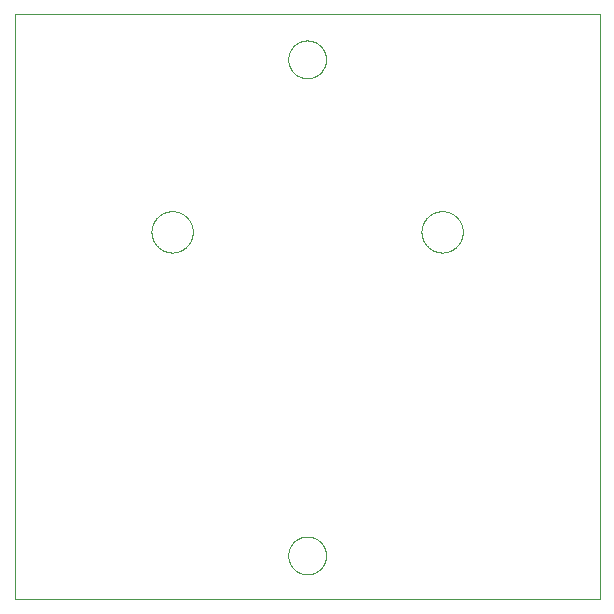
<source format=gtp>
G75*
%MOIN*%
%OFA0B0*%
%FSLAX25Y25*%
%IPPOS*%
%LPD*%
%AMOC8*
5,1,8,0,0,1.08239X$1,22.5*
%
%ADD10C,0.00000*%
D10*
X0001800Y0001800D02*
X0001800Y0196800D01*
X0196800Y0196800D01*
X0196800Y0001800D01*
X0001800Y0001800D01*
X0093001Y0016446D02*
X0093003Y0016604D01*
X0093009Y0016762D01*
X0093019Y0016920D01*
X0093033Y0017078D01*
X0093051Y0017235D01*
X0093072Y0017392D01*
X0093098Y0017548D01*
X0093128Y0017704D01*
X0093161Y0017859D01*
X0093199Y0018012D01*
X0093240Y0018165D01*
X0093285Y0018317D01*
X0093334Y0018468D01*
X0093387Y0018617D01*
X0093443Y0018765D01*
X0093503Y0018911D01*
X0093567Y0019056D01*
X0093635Y0019199D01*
X0093706Y0019341D01*
X0093780Y0019481D01*
X0093858Y0019618D01*
X0093940Y0019754D01*
X0094024Y0019888D01*
X0094113Y0020019D01*
X0094204Y0020148D01*
X0094299Y0020275D01*
X0094396Y0020400D01*
X0094497Y0020522D01*
X0094601Y0020641D01*
X0094708Y0020758D01*
X0094818Y0020872D01*
X0094931Y0020983D01*
X0095046Y0021092D01*
X0095164Y0021197D01*
X0095285Y0021299D01*
X0095408Y0021399D01*
X0095534Y0021495D01*
X0095662Y0021588D01*
X0095792Y0021678D01*
X0095925Y0021764D01*
X0096060Y0021848D01*
X0096196Y0021927D01*
X0096335Y0022004D01*
X0096476Y0022076D01*
X0096618Y0022146D01*
X0096762Y0022211D01*
X0096908Y0022273D01*
X0097055Y0022331D01*
X0097204Y0022386D01*
X0097354Y0022437D01*
X0097505Y0022484D01*
X0097657Y0022527D01*
X0097810Y0022566D01*
X0097965Y0022602D01*
X0098120Y0022633D01*
X0098276Y0022661D01*
X0098432Y0022685D01*
X0098589Y0022705D01*
X0098747Y0022721D01*
X0098904Y0022733D01*
X0099063Y0022741D01*
X0099221Y0022745D01*
X0099379Y0022745D01*
X0099537Y0022741D01*
X0099696Y0022733D01*
X0099853Y0022721D01*
X0100011Y0022705D01*
X0100168Y0022685D01*
X0100324Y0022661D01*
X0100480Y0022633D01*
X0100635Y0022602D01*
X0100790Y0022566D01*
X0100943Y0022527D01*
X0101095Y0022484D01*
X0101246Y0022437D01*
X0101396Y0022386D01*
X0101545Y0022331D01*
X0101692Y0022273D01*
X0101838Y0022211D01*
X0101982Y0022146D01*
X0102124Y0022076D01*
X0102265Y0022004D01*
X0102404Y0021927D01*
X0102540Y0021848D01*
X0102675Y0021764D01*
X0102808Y0021678D01*
X0102938Y0021588D01*
X0103066Y0021495D01*
X0103192Y0021399D01*
X0103315Y0021299D01*
X0103436Y0021197D01*
X0103554Y0021092D01*
X0103669Y0020983D01*
X0103782Y0020872D01*
X0103892Y0020758D01*
X0103999Y0020641D01*
X0104103Y0020522D01*
X0104204Y0020400D01*
X0104301Y0020275D01*
X0104396Y0020148D01*
X0104487Y0020019D01*
X0104576Y0019888D01*
X0104660Y0019754D01*
X0104742Y0019618D01*
X0104820Y0019481D01*
X0104894Y0019341D01*
X0104965Y0019199D01*
X0105033Y0019056D01*
X0105097Y0018911D01*
X0105157Y0018765D01*
X0105213Y0018617D01*
X0105266Y0018468D01*
X0105315Y0018317D01*
X0105360Y0018165D01*
X0105401Y0018012D01*
X0105439Y0017859D01*
X0105472Y0017704D01*
X0105502Y0017548D01*
X0105528Y0017392D01*
X0105549Y0017235D01*
X0105567Y0017078D01*
X0105581Y0016920D01*
X0105591Y0016762D01*
X0105597Y0016604D01*
X0105599Y0016446D01*
X0105597Y0016288D01*
X0105591Y0016130D01*
X0105581Y0015972D01*
X0105567Y0015814D01*
X0105549Y0015657D01*
X0105528Y0015500D01*
X0105502Y0015344D01*
X0105472Y0015188D01*
X0105439Y0015033D01*
X0105401Y0014880D01*
X0105360Y0014727D01*
X0105315Y0014575D01*
X0105266Y0014424D01*
X0105213Y0014275D01*
X0105157Y0014127D01*
X0105097Y0013981D01*
X0105033Y0013836D01*
X0104965Y0013693D01*
X0104894Y0013551D01*
X0104820Y0013411D01*
X0104742Y0013274D01*
X0104660Y0013138D01*
X0104576Y0013004D01*
X0104487Y0012873D01*
X0104396Y0012744D01*
X0104301Y0012617D01*
X0104204Y0012492D01*
X0104103Y0012370D01*
X0103999Y0012251D01*
X0103892Y0012134D01*
X0103782Y0012020D01*
X0103669Y0011909D01*
X0103554Y0011800D01*
X0103436Y0011695D01*
X0103315Y0011593D01*
X0103192Y0011493D01*
X0103066Y0011397D01*
X0102938Y0011304D01*
X0102808Y0011214D01*
X0102675Y0011128D01*
X0102540Y0011044D01*
X0102404Y0010965D01*
X0102265Y0010888D01*
X0102124Y0010816D01*
X0101982Y0010746D01*
X0101838Y0010681D01*
X0101692Y0010619D01*
X0101545Y0010561D01*
X0101396Y0010506D01*
X0101246Y0010455D01*
X0101095Y0010408D01*
X0100943Y0010365D01*
X0100790Y0010326D01*
X0100635Y0010290D01*
X0100480Y0010259D01*
X0100324Y0010231D01*
X0100168Y0010207D01*
X0100011Y0010187D01*
X0099853Y0010171D01*
X0099696Y0010159D01*
X0099537Y0010151D01*
X0099379Y0010147D01*
X0099221Y0010147D01*
X0099063Y0010151D01*
X0098904Y0010159D01*
X0098747Y0010171D01*
X0098589Y0010187D01*
X0098432Y0010207D01*
X0098276Y0010231D01*
X0098120Y0010259D01*
X0097965Y0010290D01*
X0097810Y0010326D01*
X0097657Y0010365D01*
X0097505Y0010408D01*
X0097354Y0010455D01*
X0097204Y0010506D01*
X0097055Y0010561D01*
X0096908Y0010619D01*
X0096762Y0010681D01*
X0096618Y0010746D01*
X0096476Y0010816D01*
X0096335Y0010888D01*
X0096196Y0010965D01*
X0096060Y0011044D01*
X0095925Y0011128D01*
X0095792Y0011214D01*
X0095662Y0011304D01*
X0095534Y0011397D01*
X0095408Y0011493D01*
X0095285Y0011593D01*
X0095164Y0011695D01*
X0095046Y0011800D01*
X0094931Y0011909D01*
X0094818Y0012020D01*
X0094708Y0012134D01*
X0094601Y0012251D01*
X0094497Y0012370D01*
X0094396Y0012492D01*
X0094299Y0012617D01*
X0094204Y0012744D01*
X0094113Y0012873D01*
X0094024Y0013004D01*
X0093940Y0013138D01*
X0093858Y0013274D01*
X0093780Y0013411D01*
X0093706Y0013551D01*
X0093635Y0013693D01*
X0093567Y0013836D01*
X0093503Y0013981D01*
X0093443Y0014127D01*
X0093387Y0014275D01*
X0093334Y0014424D01*
X0093285Y0014575D01*
X0093240Y0014727D01*
X0093199Y0014880D01*
X0093161Y0015033D01*
X0093128Y0015188D01*
X0093098Y0015344D01*
X0093072Y0015500D01*
X0093051Y0015657D01*
X0093033Y0015814D01*
X0093019Y0015972D01*
X0093009Y0016130D01*
X0093003Y0016288D01*
X0093001Y0016446D01*
X0047410Y0124300D02*
X0047412Y0124469D01*
X0047418Y0124638D01*
X0047429Y0124807D01*
X0047443Y0124975D01*
X0047462Y0125143D01*
X0047485Y0125311D01*
X0047511Y0125478D01*
X0047542Y0125644D01*
X0047577Y0125810D01*
X0047616Y0125974D01*
X0047660Y0126138D01*
X0047707Y0126300D01*
X0047758Y0126461D01*
X0047813Y0126621D01*
X0047872Y0126780D01*
X0047934Y0126937D01*
X0048001Y0127092D01*
X0048072Y0127246D01*
X0048146Y0127398D01*
X0048224Y0127548D01*
X0048305Y0127696D01*
X0048390Y0127842D01*
X0048479Y0127986D01*
X0048571Y0128128D01*
X0048667Y0128267D01*
X0048766Y0128404D01*
X0048868Y0128539D01*
X0048974Y0128671D01*
X0049083Y0128800D01*
X0049195Y0128927D01*
X0049310Y0129051D01*
X0049428Y0129172D01*
X0049549Y0129290D01*
X0049673Y0129405D01*
X0049800Y0129517D01*
X0049929Y0129626D01*
X0050061Y0129732D01*
X0050196Y0129834D01*
X0050333Y0129933D01*
X0050472Y0130029D01*
X0050614Y0130121D01*
X0050758Y0130210D01*
X0050904Y0130295D01*
X0051052Y0130376D01*
X0051202Y0130454D01*
X0051354Y0130528D01*
X0051508Y0130599D01*
X0051663Y0130666D01*
X0051820Y0130728D01*
X0051979Y0130787D01*
X0052139Y0130842D01*
X0052300Y0130893D01*
X0052462Y0130940D01*
X0052626Y0130984D01*
X0052790Y0131023D01*
X0052956Y0131058D01*
X0053122Y0131089D01*
X0053289Y0131115D01*
X0053457Y0131138D01*
X0053625Y0131157D01*
X0053793Y0131171D01*
X0053962Y0131182D01*
X0054131Y0131188D01*
X0054300Y0131190D01*
X0054469Y0131188D01*
X0054638Y0131182D01*
X0054807Y0131171D01*
X0054975Y0131157D01*
X0055143Y0131138D01*
X0055311Y0131115D01*
X0055478Y0131089D01*
X0055644Y0131058D01*
X0055810Y0131023D01*
X0055974Y0130984D01*
X0056138Y0130940D01*
X0056300Y0130893D01*
X0056461Y0130842D01*
X0056621Y0130787D01*
X0056780Y0130728D01*
X0056937Y0130666D01*
X0057092Y0130599D01*
X0057246Y0130528D01*
X0057398Y0130454D01*
X0057548Y0130376D01*
X0057696Y0130295D01*
X0057842Y0130210D01*
X0057986Y0130121D01*
X0058128Y0130029D01*
X0058267Y0129933D01*
X0058404Y0129834D01*
X0058539Y0129732D01*
X0058671Y0129626D01*
X0058800Y0129517D01*
X0058927Y0129405D01*
X0059051Y0129290D01*
X0059172Y0129172D01*
X0059290Y0129051D01*
X0059405Y0128927D01*
X0059517Y0128800D01*
X0059626Y0128671D01*
X0059732Y0128539D01*
X0059834Y0128404D01*
X0059933Y0128267D01*
X0060029Y0128128D01*
X0060121Y0127986D01*
X0060210Y0127842D01*
X0060295Y0127696D01*
X0060376Y0127548D01*
X0060454Y0127398D01*
X0060528Y0127246D01*
X0060599Y0127092D01*
X0060666Y0126937D01*
X0060728Y0126780D01*
X0060787Y0126621D01*
X0060842Y0126461D01*
X0060893Y0126300D01*
X0060940Y0126138D01*
X0060984Y0125974D01*
X0061023Y0125810D01*
X0061058Y0125644D01*
X0061089Y0125478D01*
X0061115Y0125311D01*
X0061138Y0125143D01*
X0061157Y0124975D01*
X0061171Y0124807D01*
X0061182Y0124638D01*
X0061188Y0124469D01*
X0061190Y0124300D01*
X0061188Y0124131D01*
X0061182Y0123962D01*
X0061171Y0123793D01*
X0061157Y0123625D01*
X0061138Y0123457D01*
X0061115Y0123289D01*
X0061089Y0123122D01*
X0061058Y0122956D01*
X0061023Y0122790D01*
X0060984Y0122626D01*
X0060940Y0122462D01*
X0060893Y0122300D01*
X0060842Y0122139D01*
X0060787Y0121979D01*
X0060728Y0121820D01*
X0060666Y0121663D01*
X0060599Y0121508D01*
X0060528Y0121354D01*
X0060454Y0121202D01*
X0060376Y0121052D01*
X0060295Y0120904D01*
X0060210Y0120758D01*
X0060121Y0120614D01*
X0060029Y0120472D01*
X0059933Y0120333D01*
X0059834Y0120196D01*
X0059732Y0120061D01*
X0059626Y0119929D01*
X0059517Y0119800D01*
X0059405Y0119673D01*
X0059290Y0119549D01*
X0059172Y0119428D01*
X0059051Y0119310D01*
X0058927Y0119195D01*
X0058800Y0119083D01*
X0058671Y0118974D01*
X0058539Y0118868D01*
X0058404Y0118766D01*
X0058267Y0118667D01*
X0058128Y0118571D01*
X0057986Y0118479D01*
X0057842Y0118390D01*
X0057696Y0118305D01*
X0057548Y0118224D01*
X0057398Y0118146D01*
X0057246Y0118072D01*
X0057092Y0118001D01*
X0056937Y0117934D01*
X0056780Y0117872D01*
X0056621Y0117813D01*
X0056461Y0117758D01*
X0056300Y0117707D01*
X0056138Y0117660D01*
X0055974Y0117616D01*
X0055810Y0117577D01*
X0055644Y0117542D01*
X0055478Y0117511D01*
X0055311Y0117485D01*
X0055143Y0117462D01*
X0054975Y0117443D01*
X0054807Y0117429D01*
X0054638Y0117418D01*
X0054469Y0117412D01*
X0054300Y0117410D01*
X0054131Y0117412D01*
X0053962Y0117418D01*
X0053793Y0117429D01*
X0053625Y0117443D01*
X0053457Y0117462D01*
X0053289Y0117485D01*
X0053122Y0117511D01*
X0052956Y0117542D01*
X0052790Y0117577D01*
X0052626Y0117616D01*
X0052462Y0117660D01*
X0052300Y0117707D01*
X0052139Y0117758D01*
X0051979Y0117813D01*
X0051820Y0117872D01*
X0051663Y0117934D01*
X0051508Y0118001D01*
X0051354Y0118072D01*
X0051202Y0118146D01*
X0051052Y0118224D01*
X0050904Y0118305D01*
X0050758Y0118390D01*
X0050614Y0118479D01*
X0050472Y0118571D01*
X0050333Y0118667D01*
X0050196Y0118766D01*
X0050061Y0118868D01*
X0049929Y0118974D01*
X0049800Y0119083D01*
X0049673Y0119195D01*
X0049549Y0119310D01*
X0049428Y0119428D01*
X0049310Y0119549D01*
X0049195Y0119673D01*
X0049083Y0119800D01*
X0048974Y0119929D01*
X0048868Y0120061D01*
X0048766Y0120196D01*
X0048667Y0120333D01*
X0048571Y0120472D01*
X0048479Y0120614D01*
X0048390Y0120758D01*
X0048305Y0120904D01*
X0048224Y0121052D01*
X0048146Y0121202D01*
X0048072Y0121354D01*
X0048001Y0121508D01*
X0047934Y0121663D01*
X0047872Y0121820D01*
X0047813Y0121979D01*
X0047758Y0122139D01*
X0047707Y0122300D01*
X0047660Y0122462D01*
X0047616Y0122626D01*
X0047577Y0122790D01*
X0047542Y0122956D01*
X0047511Y0123122D01*
X0047485Y0123289D01*
X0047462Y0123457D01*
X0047443Y0123625D01*
X0047429Y0123793D01*
X0047418Y0123962D01*
X0047412Y0124131D01*
X0047410Y0124300D01*
X0093001Y0181800D02*
X0093003Y0181958D01*
X0093009Y0182116D01*
X0093019Y0182274D01*
X0093033Y0182432D01*
X0093051Y0182589D01*
X0093072Y0182746D01*
X0093098Y0182902D01*
X0093128Y0183058D01*
X0093161Y0183213D01*
X0093199Y0183366D01*
X0093240Y0183519D01*
X0093285Y0183671D01*
X0093334Y0183822D01*
X0093387Y0183971D01*
X0093443Y0184119D01*
X0093503Y0184265D01*
X0093567Y0184410D01*
X0093635Y0184553D01*
X0093706Y0184695D01*
X0093780Y0184835D01*
X0093858Y0184972D01*
X0093940Y0185108D01*
X0094024Y0185242D01*
X0094113Y0185373D01*
X0094204Y0185502D01*
X0094299Y0185629D01*
X0094396Y0185754D01*
X0094497Y0185876D01*
X0094601Y0185995D01*
X0094708Y0186112D01*
X0094818Y0186226D01*
X0094931Y0186337D01*
X0095046Y0186446D01*
X0095164Y0186551D01*
X0095285Y0186653D01*
X0095408Y0186753D01*
X0095534Y0186849D01*
X0095662Y0186942D01*
X0095792Y0187032D01*
X0095925Y0187118D01*
X0096060Y0187202D01*
X0096196Y0187281D01*
X0096335Y0187358D01*
X0096476Y0187430D01*
X0096618Y0187500D01*
X0096762Y0187565D01*
X0096908Y0187627D01*
X0097055Y0187685D01*
X0097204Y0187740D01*
X0097354Y0187791D01*
X0097505Y0187838D01*
X0097657Y0187881D01*
X0097810Y0187920D01*
X0097965Y0187956D01*
X0098120Y0187987D01*
X0098276Y0188015D01*
X0098432Y0188039D01*
X0098589Y0188059D01*
X0098747Y0188075D01*
X0098904Y0188087D01*
X0099063Y0188095D01*
X0099221Y0188099D01*
X0099379Y0188099D01*
X0099537Y0188095D01*
X0099696Y0188087D01*
X0099853Y0188075D01*
X0100011Y0188059D01*
X0100168Y0188039D01*
X0100324Y0188015D01*
X0100480Y0187987D01*
X0100635Y0187956D01*
X0100790Y0187920D01*
X0100943Y0187881D01*
X0101095Y0187838D01*
X0101246Y0187791D01*
X0101396Y0187740D01*
X0101545Y0187685D01*
X0101692Y0187627D01*
X0101838Y0187565D01*
X0101982Y0187500D01*
X0102124Y0187430D01*
X0102265Y0187358D01*
X0102404Y0187281D01*
X0102540Y0187202D01*
X0102675Y0187118D01*
X0102808Y0187032D01*
X0102938Y0186942D01*
X0103066Y0186849D01*
X0103192Y0186753D01*
X0103315Y0186653D01*
X0103436Y0186551D01*
X0103554Y0186446D01*
X0103669Y0186337D01*
X0103782Y0186226D01*
X0103892Y0186112D01*
X0103999Y0185995D01*
X0104103Y0185876D01*
X0104204Y0185754D01*
X0104301Y0185629D01*
X0104396Y0185502D01*
X0104487Y0185373D01*
X0104576Y0185242D01*
X0104660Y0185108D01*
X0104742Y0184972D01*
X0104820Y0184835D01*
X0104894Y0184695D01*
X0104965Y0184553D01*
X0105033Y0184410D01*
X0105097Y0184265D01*
X0105157Y0184119D01*
X0105213Y0183971D01*
X0105266Y0183822D01*
X0105315Y0183671D01*
X0105360Y0183519D01*
X0105401Y0183366D01*
X0105439Y0183213D01*
X0105472Y0183058D01*
X0105502Y0182902D01*
X0105528Y0182746D01*
X0105549Y0182589D01*
X0105567Y0182432D01*
X0105581Y0182274D01*
X0105591Y0182116D01*
X0105597Y0181958D01*
X0105599Y0181800D01*
X0105597Y0181642D01*
X0105591Y0181484D01*
X0105581Y0181326D01*
X0105567Y0181168D01*
X0105549Y0181011D01*
X0105528Y0180854D01*
X0105502Y0180698D01*
X0105472Y0180542D01*
X0105439Y0180387D01*
X0105401Y0180234D01*
X0105360Y0180081D01*
X0105315Y0179929D01*
X0105266Y0179778D01*
X0105213Y0179629D01*
X0105157Y0179481D01*
X0105097Y0179335D01*
X0105033Y0179190D01*
X0104965Y0179047D01*
X0104894Y0178905D01*
X0104820Y0178765D01*
X0104742Y0178628D01*
X0104660Y0178492D01*
X0104576Y0178358D01*
X0104487Y0178227D01*
X0104396Y0178098D01*
X0104301Y0177971D01*
X0104204Y0177846D01*
X0104103Y0177724D01*
X0103999Y0177605D01*
X0103892Y0177488D01*
X0103782Y0177374D01*
X0103669Y0177263D01*
X0103554Y0177154D01*
X0103436Y0177049D01*
X0103315Y0176947D01*
X0103192Y0176847D01*
X0103066Y0176751D01*
X0102938Y0176658D01*
X0102808Y0176568D01*
X0102675Y0176482D01*
X0102540Y0176398D01*
X0102404Y0176319D01*
X0102265Y0176242D01*
X0102124Y0176170D01*
X0101982Y0176100D01*
X0101838Y0176035D01*
X0101692Y0175973D01*
X0101545Y0175915D01*
X0101396Y0175860D01*
X0101246Y0175809D01*
X0101095Y0175762D01*
X0100943Y0175719D01*
X0100790Y0175680D01*
X0100635Y0175644D01*
X0100480Y0175613D01*
X0100324Y0175585D01*
X0100168Y0175561D01*
X0100011Y0175541D01*
X0099853Y0175525D01*
X0099696Y0175513D01*
X0099537Y0175505D01*
X0099379Y0175501D01*
X0099221Y0175501D01*
X0099063Y0175505D01*
X0098904Y0175513D01*
X0098747Y0175525D01*
X0098589Y0175541D01*
X0098432Y0175561D01*
X0098276Y0175585D01*
X0098120Y0175613D01*
X0097965Y0175644D01*
X0097810Y0175680D01*
X0097657Y0175719D01*
X0097505Y0175762D01*
X0097354Y0175809D01*
X0097204Y0175860D01*
X0097055Y0175915D01*
X0096908Y0175973D01*
X0096762Y0176035D01*
X0096618Y0176100D01*
X0096476Y0176170D01*
X0096335Y0176242D01*
X0096196Y0176319D01*
X0096060Y0176398D01*
X0095925Y0176482D01*
X0095792Y0176568D01*
X0095662Y0176658D01*
X0095534Y0176751D01*
X0095408Y0176847D01*
X0095285Y0176947D01*
X0095164Y0177049D01*
X0095046Y0177154D01*
X0094931Y0177263D01*
X0094818Y0177374D01*
X0094708Y0177488D01*
X0094601Y0177605D01*
X0094497Y0177724D01*
X0094396Y0177846D01*
X0094299Y0177971D01*
X0094204Y0178098D01*
X0094113Y0178227D01*
X0094024Y0178358D01*
X0093940Y0178492D01*
X0093858Y0178628D01*
X0093780Y0178765D01*
X0093706Y0178905D01*
X0093635Y0179047D01*
X0093567Y0179190D01*
X0093503Y0179335D01*
X0093443Y0179481D01*
X0093387Y0179629D01*
X0093334Y0179778D01*
X0093285Y0179929D01*
X0093240Y0180081D01*
X0093199Y0180234D01*
X0093161Y0180387D01*
X0093128Y0180542D01*
X0093098Y0180698D01*
X0093072Y0180854D01*
X0093051Y0181011D01*
X0093033Y0181168D01*
X0093019Y0181326D01*
X0093009Y0181484D01*
X0093003Y0181642D01*
X0093001Y0181800D01*
X0137410Y0124300D02*
X0137412Y0124469D01*
X0137418Y0124638D01*
X0137429Y0124807D01*
X0137443Y0124975D01*
X0137462Y0125143D01*
X0137485Y0125311D01*
X0137511Y0125478D01*
X0137542Y0125644D01*
X0137577Y0125810D01*
X0137616Y0125974D01*
X0137660Y0126138D01*
X0137707Y0126300D01*
X0137758Y0126461D01*
X0137813Y0126621D01*
X0137872Y0126780D01*
X0137934Y0126937D01*
X0138001Y0127092D01*
X0138072Y0127246D01*
X0138146Y0127398D01*
X0138224Y0127548D01*
X0138305Y0127696D01*
X0138390Y0127842D01*
X0138479Y0127986D01*
X0138571Y0128128D01*
X0138667Y0128267D01*
X0138766Y0128404D01*
X0138868Y0128539D01*
X0138974Y0128671D01*
X0139083Y0128800D01*
X0139195Y0128927D01*
X0139310Y0129051D01*
X0139428Y0129172D01*
X0139549Y0129290D01*
X0139673Y0129405D01*
X0139800Y0129517D01*
X0139929Y0129626D01*
X0140061Y0129732D01*
X0140196Y0129834D01*
X0140333Y0129933D01*
X0140472Y0130029D01*
X0140614Y0130121D01*
X0140758Y0130210D01*
X0140904Y0130295D01*
X0141052Y0130376D01*
X0141202Y0130454D01*
X0141354Y0130528D01*
X0141508Y0130599D01*
X0141663Y0130666D01*
X0141820Y0130728D01*
X0141979Y0130787D01*
X0142139Y0130842D01*
X0142300Y0130893D01*
X0142462Y0130940D01*
X0142626Y0130984D01*
X0142790Y0131023D01*
X0142956Y0131058D01*
X0143122Y0131089D01*
X0143289Y0131115D01*
X0143457Y0131138D01*
X0143625Y0131157D01*
X0143793Y0131171D01*
X0143962Y0131182D01*
X0144131Y0131188D01*
X0144300Y0131190D01*
X0144469Y0131188D01*
X0144638Y0131182D01*
X0144807Y0131171D01*
X0144975Y0131157D01*
X0145143Y0131138D01*
X0145311Y0131115D01*
X0145478Y0131089D01*
X0145644Y0131058D01*
X0145810Y0131023D01*
X0145974Y0130984D01*
X0146138Y0130940D01*
X0146300Y0130893D01*
X0146461Y0130842D01*
X0146621Y0130787D01*
X0146780Y0130728D01*
X0146937Y0130666D01*
X0147092Y0130599D01*
X0147246Y0130528D01*
X0147398Y0130454D01*
X0147548Y0130376D01*
X0147696Y0130295D01*
X0147842Y0130210D01*
X0147986Y0130121D01*
X0148128Y0130029D01*
X0148267Y0129933D01*
X0148404Y0129834D01*
X0148539Y0129732D01*
X0148671Y0129626D01*
X0148800Y0129517D01*
X0148927Y0129405D01*
X0149051Y0129290D01*
X0149172Y0129172D01*
X0149290Y0129051D01*
X0149405Y0128927D01*
X0149517Y0128800D01*
X0149626Y0128671D01*
X0149732Y0128539D01*
X0149834Y0128404D01*
X0149933Y0128267D01*
X0150029Y0128128D01*
X0150121Y0127986D01*
X0150210Y0127842D01*
X0150295Y0127696D01*
X0150376Y0127548D01*
X0150454Y0127398D01*
X0150528Y0127246D01*
X0150599Y0127092D01*
X0150666Y0126937D01*
X0150728Y0126780D01*
X0150787Y0126621D01*
X0150842Y0126461D01*
X0150893Y0126300D01*
X0150940Y0126138D01*
X0150984Y0125974D01*
X0151023Y0125810D01*
X0151058Y0125644D01*
X0151089Y0125478D01*
X0151115Y0125311D01*
X0151138Y0125143D01*
X0151157Y0124975D01*
X0151171Y0124807D01*
X0151182Y0124638D01*
X0151188Y0124469D01*
X0151190Y0124300D01*
X0151188Y0124131D01*
X0151182Y0123962D01*
X0151171Y0123793D01*
X0151157Y0123625D01*
X0151138Y0123457D01*
X0151115Y0123289D01*
X0151089Y0123122D01*
X0151058Y0122956D01*
X0151023Y0122790D01*
X0150984Y0122626D01*
X0150940Y0122462D01*
X0150893Y0122300D01*
X0150842Y0122139D01*
X0150787Y0121979D01*
X0150728Y0121820D01*
X0150666Y0121663D01*
X0150599Y0121508D01*
X0150528Y0121354D01*
X0150454Y0121202D01*
X0150376Y0121052D01*
X0150295Y0120904D01*
X0150210Y0120758D01*
X0150121Y0120614D01*
X0150029Y0120472D01*
X0149933Y0120333D01*
X0149834Y0120196D01*
X0149732Y0120061D01*
X0149626Y0119929D01*
X0149517Y0119800D01*
X0149405Y0119673D01*
X0149290Y0119549D01*
X0149172Y0119428D01*
X0149051Y0119310D01*
X0148927Y0119195D01*
X0148800Y0119083D01*
X0148671Y0118974D01*
X0148539Y0118868D01*
X0148404Y0118766D01*
X0148267Y0118667D01*
X0148128Y0118571D01*
X0147986Y0118479D01*
X0147842Y0118390D01*
X0147696Y0118305D01*
X0147548Y0118224D01*
X0147398Y0118146D01*
X0147246Y0118072D01*
X0147092Y0118001D01*
X0146937Y0117934D01*
X0146780Y0117872D01*
X0146621Y0117813D01*
X0146461Y0117758D01*
X0146300Y0117707D01*
X0146138Y0117660D01*
X0145974Y0117616D01*
X0145810Y0117577D01*
X0145644Y0117542D01*
X0145478Y0117511D01*
X0145311Y0117485D01*
X0145143Y0117462D01*
X0144975Y0117443D01*
X0144807Y0117429D01*
X0144638Y0117418D01*
X0144469Y0117412D01*
X0144300Y0117410D01*
X0144131Y0117412D01*
X0143962Y0117418D01*
X0143793Y0117429D01*
X0143625Y0117443D01*
X0143457Y0117462D01*
X0143289Y0117485D01*
X0143122Y0117511D01*
X0142956Y0117542D01*
X0142790Y0117577D01*
X0142626Y0117616D01*
X0142462Y0117660D01*
X0142300Y0117707D01*
X0142139Y0117758D01*
X0141979Y0117813D01*
X0141820Y0117872D01*
X0141663Y0117934D01*
X0141508Y0118001D01*
X0141354Y0118072D01*
X0141202Y0118146D01*
X0141052Y0118224D01*
X0140904Y0118305D01*
X0140758Y0118390D01*
X0140614Y0118479D01*
X0140472Y0118571D01*
X0140333Y0118667D01*
X0140196Y0118766D01*
X0140061Y0118868D01*
X0139929Y0118974D01*
X0139800Y0119083D01*
X0139673Y0119195D01*
X0139549Y0119310D01*
X0139428Y0119428D01*
X0139310Y0119549D01*
X0139195Y0119673D01*
X0139083Y0119800D01*
X0138974Y0119929D01*
X0138868Y0120061D01*
X0138766Y0120196D01*
X0138667Y0120333D01*
X0138571Y0120472D01*
X0138479Y0120614D01*
X0138390Y0120758D01*
X0138305Y0120904D01*
X0138224Y0121052D01*
X0138146Y0121202D01*
X0138072Y0121354D01*
X0138001Y0121508D01*
X0137934Y0121663D01*
X0137872Y0121820D01*
X0137813Y0121979D01*
X0137758Y0122139D01*
X0137707Y0122300D01*
X0137660Y0122462D01*
X0137616Y0122626D01*
X0137577Y0122790D01*
X0137542Y0122956D01*
X0137511Y0123122D01*
X0137485Y0123289D01*
X0137462Y0123457D01*
X0137443Y0123625D01*
X0137429Y0123793D01*
X0137418Y0123962D01*
X0137412Y0124131D01*
X0137410Y0124300D01*
M02*

</source>
